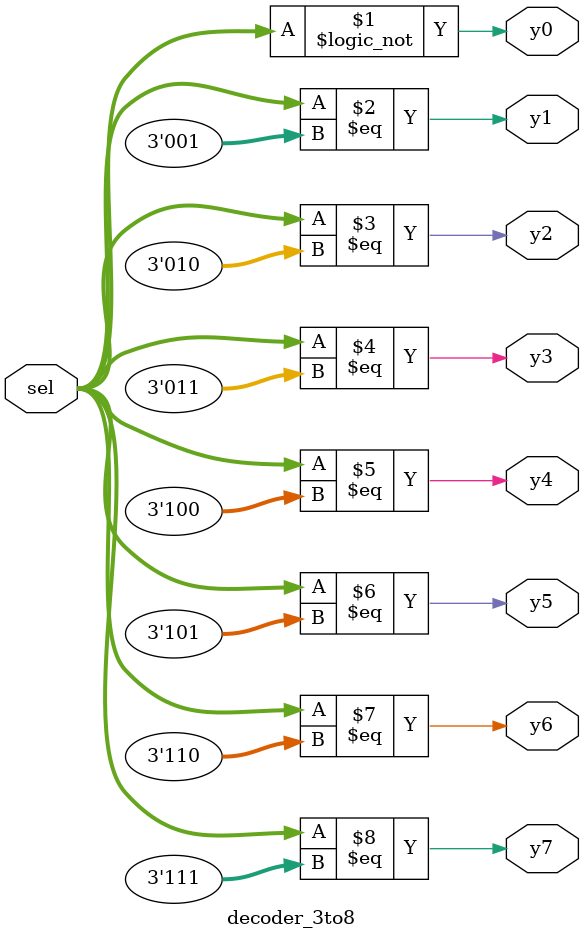
<source format=v>
`timescale 1ns / 1ps

module decoder_3to8 (
    input wire [2:0] sel,
    output wire y0,
    output wire y1,
    output wire y2,
    output wire y3,
    output wire y4,
    output wire y5,
    output wire y6,
    output wire y7
);
    assign y0 = (sel == 3'b000);
    assign y1 = (sel == 3'b001);
    assign y2 = (sel == 3'b010);
    assign y3 = (sel == 3'b011);
    assign y4 = (sel == 3'b100);
    assign y5 = (sel == 3'b101);
    assign y6 = (sel == 3'b110);
    assign y7 = (sel == 3'b111);
endmodule

</source>
